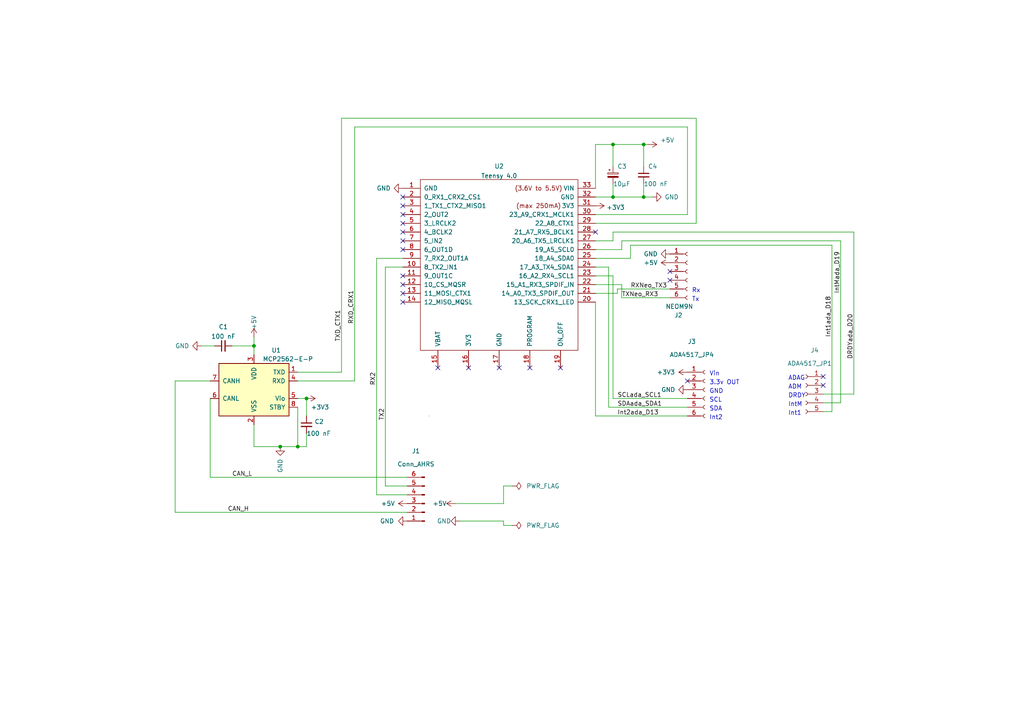
<source format=kicad_sch>
(kicad_sch (version 20211123) (generator eeschema)
  (paper "A4")
  (title_block (title "AHRS_01"))
  (lib_symbols
    (symbol "Connector:Conn_01x05_Female" (pin_names (offset 1.016) hide)
      (property "Reference" "J" (at 0 7.62 0))
      (property "Value" "Conn_01x05_Female" (at 0 -7.62 0))
      (symbol "Conn_01x05_Female_1_1"
        (arc (start 0 -4.572) (mid -0.508 -5.08) (end 0 -5.588) (stroke (width 0.1524)))
        (arc (start 0 -2.032) (mid -0.508 -2.54) (end 0 -3.048) (stroke (width 0.1524)))
        (polyline (pts (xy -1.27 -5.08) (xy -0.508 -5.08)) (stroke (width 0.1524)))
        (polyline (pts (xy -1.27 -2.54) (xy -0.508 -2.54)) (stroke (width 0.1524)))
        (polyline (pts (xy -1.27 0) (xy -0.508 0)) (stroke (width 0.1524)))
        (polyline (pts (xy -1.27 2.54) (xy -0.508 2.54)) (stroke (width 0.1524)))
        (polyline (pts (xy -1.27 5.08) (xy -0.508 5.08)) (stroke (width 0.1524)))
        (arc (start 0 0.508) (mid -0.508 0) (end 0 -0.508) (stroke (width 0.1524)))
        (arc (start 0 3.048) (mid -0.508 2.54) (end 0 2.032) (stroke (width 0.1524)))
        (arc (start 0 5.588) (mid -0.508 5.08) (end 0 4.572) (stroke (width 0.1524)))
        (pin passive line (at -5.08 5.08 0) (length 3.81) (name "Pin_1") (number "1"))
        (pin passive line (at -5.08 2.54 0) (length 3.81) (name "Pin_2") (number "2"))
        (pin passive line (at -5.08 0 0) (length 3.81) (name "Pin_3") (number "3"))
        (pin passive line (at -5.08 -2.54 0) (length 3.81) (name "Pin_4") (number "4"))
        (pin passive line (at -5.08 -5.08 0) (length 3.81) (name "Pin_5") (number "5"))
      )
    )
    (symbol "Connector:Conn_01x06_Female" (pin_names (offset 1.016) hide)
      (property "Reference" "J" (at 0 7.62 0))
      (property "Value" "Conn_01x06_Female" (at 0 -10.16 0))
      (symbol "Conn_01x06_Female_1_1"
        (arc (start 0 -7.112) (mid -0.508 -7.62) (end 0 -8.128) (stroke (width 0.1524)))
        (arc (start 0 -4.572) (mid -0.508 -5.08) (end 0 -5.588) (stroke (width 0.1524)))
        (arc (start 0 -2.032) (mid -0.508 -2.54) (end 0 -3.048) (stroke (width 0.1524)))
        (polyline (pts (xy -1.27 -7.62) (xy -0.508 -7.62)) (stroke (width 0.1524)))
        (polyline (pts (xy -1.27 -5.08) (xy -0.508 -5.08)) (stroke (width 0.1524)))
        (polyline (pts (xy -1.27 -2.54) (xy -0.508 -2.54)) (stroke (width 0.1524)))
        (polyline (pts (xy -1.27 0) (xy -0.508 0)) (stroke (width 0.1524)))
        (polyline (pts (xy -1.27 2.54) (xy -0.508 2.54)) (stroke (width 0.1524)))
        (polyline (pts (xy -1.27 5.08) (xy -0.508 5.08)) (stroke (width 0.1524)))
        (arc (start 0 0.508) (mid -0.508 0) (end 0 -0.508) (stroke (width 0.1524)))
        (arc (start 0 3.048) (mid -0.508 2.54) (end 0 2.032) (stroke (width 0.1524)))
        (arc (start 0 5.588) (mid -0.508 5.08) (end 0 4.572) (stroke (width 0.1524)))
        (pin passive line (at -5.08 5.08 0) (length 3.81) (name "Pin_1") (number "1"))
        (pin passive line (at -5.08 2.54 0) (length 3.81) (name "Pin_2") (number "2"))
        (pin passive line (at -5.08 0 0) (length 3.81) (name "Pin_3") (number "3"))
        (pin passive line (at -5.08 -2.54 0) (length 3.81) (name "Pin_4") (number "4"))
        (pin passive line (at -5.08 -5.08 0) (length 3.81) (name "Pin_5") (number "5"))
        (pin passive line (at -5.08 -7.62 0) (length 3.81) (name "Pin_6") (number "6"))
      )
    )
    (symbol "Connector:Conn_01x06_Male" (pin_names (offset 1.016) hide)
      (property "Reference" "J" (at 0 7.62 0))
      (property "Value" "Conn_01x06_Male" (at 0 -10.16 0))
      (symbol "Conn_01x06_Male_1_1"
        (polyline (pts (xy 1.27 -7.62) (xy 0.8636 -7.62)) (stroke (width 0.1524)))
        (polyline (pts (xy 1.27 -5.08) (xy 0.8636 -5.08)) (stroke (width 0.1524)))
        (polyline (pts (xy 1.27 -2.54) (xy 0.8636 -2.54)) (stroke (width 0.1524)))
        (polyline (pts (xy 1.27 0) (xy 0.8636 0)) (stroke (width 0.1524)))
        (polyline (pts (xy 1.27 2.54) (xy 0.8636 2.54)) (stroke (width 0.1524)))
        (polyline (pts (xy 1.27 5.08) (xy 0.8636 5.08)) (stroke (width 0.1524)))
        (rectangle (start 0.8636 -7.493) (end 0 -7.747) (stroke (width 0.1524)) (fill (type outline)))
        (rectangle (start 0.8636 -4.953) (end 0 -5.207) (stroke (width 0.1524)) (fill (type outline)))
        (rectangle (start 0.8636 -2.413) (end 0 -2.667) (stroke (width 0.1524)) (fill (type outline)))
        (rectangle (start 0.8636 0.127) (end 0 -0.127) (stroke (width 0.1524)) (fill (type outline)))
        (rectangle (start 0.8636 2.667) (end 0 2.413) (stroke (width 0.1524)) (fill (type outline)))
        (rectangle (start 0.8636 5.207) (end 0 4.953) (stroke (width 0.1524)) (fill (type outline)))
        (pin passive line (at 5.08 5.08 180) (length 3.81) (name "Pin_1") (number "1"))
        (pin passive line (at 5.08 2.54 180) (length 3.81) (name "Pin_2") (number "2"))
        (pin passive line (at 5.08 0 180) (length 3.81) (name "Pin_3") (number "3"))
        (pin passive line (at 5.08 -2.54 180) (length 3.81) (name "Pin_4") (number "4"))
        (pin passive line (at 5.08 -5.08 180) (length 3.81) (name "Pin_5") (number "5"))
        (pin passive line (at 5.08 -7.62 180) (length 3.81) (name "Pin_6") (number "6"))
      )
    )
    (symbol "Device:C_Polarized_Small" (pin_numbers hide) (pin_names (offset 0.254) hide)
      (property "Reference" "C" (at 0.254 1.778 0))
      (property "Value" "C_Polarized_Small" (at 0.254 -2.032 0))
      (symbol "C_Polarized_Small_0_1"
        (rectangle (start -1.524 -0.3048) (end 1.524 -0.6858) (fill (type outline)))
        (rectangle (start -1.524 0.6858) (end 1.524 0.3048))
        (polyline (pts (xy -1.27 1.524) (xy -0.762 1.524)))
        (polyline (pts (xy -1.016 1.27) (xy -1.016 1.778)))
      )
      (symbol "C_Polarized_Small_1_1"
        (pin passive line (at 0 2.54 270) (length 1.8542) (name "~") (number "1"))
        (pin passive line (at 0 -2.54 90) (length 1.8542) (name "~") (number "2"))
      )
    )
    (symbol "Device:C_Small" (pin_numbers hide) (pin_names (offset 0.254) hide)
      (property "Reference" "C" (at 0.254 1.778 0))
      (property "Value" "C_Small" (at 0.254 -2.032 0))
      (symbol "C_Small_0_1"
        (polyline (pts (xy -1.524 -0.508) (xy 1.524 -0.508)) (stroke (width 0.3302)))
        (polyline (pts (xy -1.524 0.508) (xy 1.524 0.508)) (stroke (width 0.3048)))
      )
      (symbol "C_Small_1_1"
        (pin passive line (at 0 2.54 270) (length 2.032) (name "~") (number "1"))
        (pin passive line (at 0 -2.54 90) (length 2.032) (name "~") (number "2"))
      )
    )
    (symbol "Interface_CAN_LIN:MCP2562-E-P" (pin_names (offset 1.016))
      (property "Reference" "U" (at -10.16 8.89 0))
      (property "Value" "MCP2562-E-P" (at 2.54 8.89 0))
      (symbol "MCP2562-E-P_0_1"
        (rectangle (start -10.16 7.62) (end 10.16 -7.62) (stroke (width 0.254)) (fill (type background)))
      )
      (symbol "MCP2562-E-P_1_1"
        (pin input line (at -12.7 5.08 0) (length 2.54) (name "TXD") (number "1"))
        (pin power_in line (at 0 -10.16 90) (length 2.54) (name "VSS") (number "2"))
        (pin power_in line (at 0 10.16 270) (length 2.54) (name "VDD") (number "3"))
        (pin output line (at -12.7 2.54 0) (length 2.54) (name "RXD") (number "4"))
        (pin power_in line (at -12.7 -2.54 0) (length 2.54) (name "Vio") (number "5"))
        (pin bidirectional line (at 12.7 -2.54 180) (length 2.54) (name "CANL") (number "6"))
        (pin bidirectional line (at 12.7 2.54 180) (length 2.54) (name "CANH") (number "7"))
        (pin input line (at -12.7 -5.08 0) (length 2.54) (name "STBY") (number "8"))
      )
    )
    (symbol "power:+3.3V" (power) (pin_names (offset 0))
      (property "Value" "+3.3V" (at 0 3.556 0))
      (symbol "+3.3V_0_1"
        (polyline (pts (xy -0.762 1.27) (xy 0 2.54)))
        (polyline (pts (xy 0 0) (xy 0 2.54)))
        (polyline (pts (xy 0 2.54) (xy 0.762 1.27)))
      )
      (symbol "+3.3V_1_1"
        (pin power_in line (at 0 0 90) (length 0) hide (name "+3V3") (number "1"))
      )
    )
    (symbol "power:+5V" (power) (pin_names (offset 0))
      (property "Value" "+5V" (at 0 3.556 0))
      (symbol "+5V_0_1"
        (polyline (pts (xy -0.762 1.27) (xy 0 2.54)))
        (polyline (pts (xy 0 0) (xy 0 2.54)))
        (polyline (pts (xy 0 2.54) (xy 0.762 1.27)))
      )
      (symbol "+5V_1_1"
        (pin power_in line (at 0 0 90) (length 0) hide (name "+5V") (number "1"))
      )
    )
    (symbol "power:GND" (power) (pin_names (offset 0))
      (property "Value" "GND" (at 0 -3.81 0))
      (symbol "GND_0_1"
        (polyline (pts (xy 0 0) (xy 0 -1.27) (xy 1.27 -1.27) (xy 0 -2.54) (xy -1.27 -1.27) (xy 0 -1.27)))
      )
      (symbol "GND_1_1"
        (pin power_in line (at 0 0 270) (length 0) hide (name "GND") (number "1"))
      )
    )
    (symbol "power:PWR_FLAG" (power) (pin_numbers hide) (pin_names (offset 0) hide)
      (property "Value" "PWR_FLAG" (at 0 3.81 0))
      (symbol "PWR_FLAG_0_0"
        (pin power_out line (at 0 0 90) (length 0) (name "pwr") (number "1"))
      )
      (symbol "PWR_FLAG_0_1"
        (polyline (pts (xy 0 0) (xy 0 1.27) (xy -1.016 1.905) (xy 0 2.54) (xy 1.016 1.905) (xy 0 1.27)))
      )
    )
    (symbol "teensy:Teensy4.0FrontSide" (pin_names (offset 1.016))
      (property "Reference" "U" (at 0 39.37 0))
      (property "Value" "Teensy4.0FrontSide" (at 0 -39.37 0))
      (symbol "Teensy4.0FrontSide_0_0"
        (text "(3.6V to 5.5V)" (at 11.43 34.29 0) (effects (font (size 1.27 1.27))))
        (text "(max 250mA)" (at 11.43 29.21 0) (effects (font (size 1.27 1.27))))
        (pin bidirectional line (at -27.94 11.43 0) (length 5.08) (name "8_TX2_IN1") (number "10"))
        (pin bidirectional line (at -27.94 8.89 0) (length 5.08) (name "9_OUT1C") (number "11"))
        (pin bidirectional line (at -27.94 6.35 0) (length 5.08) (name "10_CS_MQSR") (number "12"))
        (pin bidirectional line (at -27.94 3.81 0) (length 5.08) (name "11_MOSI_CTX1") (number "13"))
        (pin bidirectional line (at -27.94 1.27 0) (length 5.08) (name "12_MISO_MQSL") (number "14"))
        (pin power_in line (at -17.78 -17.78 90) (length 5.08) (name "VBAT") (number "15"))
        (pin power_in line (at -8.89 -17.78 90) (length 5.08) (name "3V3") (number "16"))
        (pin power_in line (at 0 -17.78 90) (length 5.08) (name "GND") (number "17"))
        (pin input line (at 8.89 -17.78 90) (length 5.08) (name "PROGRAM") (number "18"))
        (pin input line (at 17.78 -17.78 90) (length 5.08) (name "ON_OFF") (number "19"))
        (pin bidirectional line (at 27.94 1.27 180) (length 5.08) (name "13_SCK_CRX1_LED") (number "20"))
        (pin bidirectional line (at 27.94 3.81 180) (length 5.08) (name "14_A0_TX3_SPDIF_OUT") (number "21"))
        (pin bidirectional line (at 27.94 6.35 180) (length 5.08) (name "15_A1_RX3_SPDIF_IN") (number "22"))
        (pin bidirectional line (at 27.94 8.89 180) (length 5.08) (name "16_A2_RX4_SCL1") (number "23"))
        (pin bidirectional line (at 27.94 11.43 180) (length 5.08) (name "17_A3_TX4_SDA1") (number "24"))
        (pin bidirectional line (at 27.94 13.97 180) (length 5.08) (name "18_A4_SDA0") (number "25"))
        (pin bidirectional line (at 27.94 16.51 180) (length 5.08) (name "19_A5_SCL0") (number "26"))
        (pin bidirectional line (at 27.94 19.05 180) (length 5.08) (name "20_A6_TX5_LRCLK1") (number "27"))
        (pin bidirectional line (at 27.94 21.59 180) (length 5.08) (name "21_A7_RX5_BCLK1") (number "28"))
        (pin bidirectional line (at 27.94 24.13 180) (length 5.08) (name "22_A8_CTX1") (number "29"))
        (pin bidirectional line (at 27.94 26.67 180) (length 5.08) (name "23_A9_CRX1_MCLK1") (number "30"))
        (pin power_out line (at 27.94 29.21 180) (length 5.08) (name "3V3") (number "31"))
        (pin power_in line (at 27.94 31.75 180) (length 5.08) (name "GND") (number "32"))
        (pin power_in line (at 27.94 34.29 180) (length 5.08) (name "VIN") (number "33"))
        (pin bidirectional line (at -27.94 24.13 0) (length 5.08) (name "3_LRCLK2") (number "5"))
        (pin bidirectional line (at -27.94 21.59 0) (length 5.08) (name "4_BCLK2") (number "6"))
        (pin bidirectional line (at -27.94 19.05 0) (length 5.08) (name "5_IN2") (number "7"))
        (pin bidirectional line (at -27.94 16.51 0) (length 5.08) (name "6_OUT1D") (number "8"))
        (pin bidirectional line (at -27.94 13.97 0) (length 5.08) (name "7_RX2_OUT1A") (number "9"))
      )
      (symbol "Teensy4.0FrontSide_0_1"
        (rectangle (start -22.86 36.83) (end 22.86 -12.7))
        (rectangle (start -20.32 -31.75) (end -20.32 -31.75))
      )
      (symbol "Teensy4.0FrontSide_1_1"
        (pin power_in line (at -27.94 34.29 0) (length 5.08) (name "GND") (number "1"))
        (pin bidirectional line (at -27.94 31.75 0) (length 5.08) (name "0_RX1_CRX2_CS1") (number "2"))
        (pin bidirectional line (at -27.94 29.21 0) (length 5.08) (name "1_TX1_CTX2_MISO1") (number "3"))
        (pin bidirectional line (at -27.94 26.67 0) (length 5.08) (name "2_OUT2") (number "4"))
      )
    )
  )
  (junction (at 81.28 129.54))
  (junction (at 86.36 129.54))
  (junction (at 186.69 41.91))
  (junction (at 177.8 57.15))
  (junction (at 88.9 115.57))
  (junction (at 177.8 41.91))
  (junction (at 73.66 100.33))
  (junction (at 186.69 57.15))
  (no_connect (at 116.84 59.69))
  (no_connect (at 116.84 57.15))
  (no_connect (at 238.76 109.22))
  (no_connect (at 238.76 111.76))
  (no_connect (at 116.84 80.01))
  (no_connect (at 116.84 67.31))
  (no_connect (at 116.84 64.77))
  (no_connect (at 116.84 62.23))
  (no_connect (at 116.84 72.39))
  (no_connect (at 116.84 69.85))
  (no_connect (at 162.56 106.68))
  (no_connect (at 127 106.68))
  (no_connect (at 144.78 106.68))
  (no_connect (at 153.67 106.68))
  (no_connect (at 172.72 67.31))
  (no_connect (at 194.31 81.28))
  (no_connect (at 194.31 78.74))
  (no_connect (at 135.89 106.68))
  (no_connect (at 199.39 110.49))
  (no_connect (at 116.84 87.63))
  (no_connect (at 116.84 85.09))
  (no_connect (at 116.84 82.55))
  (wire (pts (xy 118.11 140.97) (xy 111.76 140.97)))
  (wire (pts (xy 194.31 86.36) (xy 180.34 86.36)))
  (wire (pts (xy 241.3 119.38) (xy 238.76 119.38)))
  (wire (pts (xy 60.96 138.43) (xy 118.11 138.43)))
  (wire (pts (xy 102.87 36.83) (xy 199.39 36.83)))
  (wire (pts (xy 177.8 41.91) (xy 186.69 41.91)))
  (wire (pts (xy 177.8 115.57) (xy 199.39 115.57)))
  (wire (pts (xy 118.11 143.51) (xy 109.22 143.51)))
  (wire (pts (xy 73.66 129.54) (xy 81.28 129.54)))
  (wire (pts (xy 67.31 100.33) (xy 73.66 100.33)))
  (wire (pts (xy 133.35 151.13) (xy 146.05 151.13)))
  (wire (pts (xy 86.36 107.95) (xy 99.06 107.95)))
  (wire (pts (xy 146.05 140.97) (xy 148.59 140.97)))
  (wire (pts (xy 247.65 67.31) (xy 177.8 67.31)))
  (wire (pts (xy 172.72 54.61) (xy 172.72 41.91)))
  (wire (pts (xy 177.8 41.91) (xy 177.8 48.26)))
  (wire (pts (xy 189.23 57.15) (xy 186.69 57.15)))
  (wire (pts (xy 177.8 80.01) (xy 177.8 115.57)))
  (wire (pts (xy 99.06 34.29) (xy 201.93 34.29)))
  (wire (pts (xy 50.8 148.59) (xy 118.11 148.59)))
  (wire (pts (xy 109.22 143.51) (xy 109.22 74.93)))
  (wire (pts (xy 186.69 41.91) (xy 186.69 48.26)))
  (wire (pts (xy 201.93 64.77) (xy 172.72 64.77)))
  (wire (pts (xy 201.93 34.29) (xy 201.93 64.77)))
  (wire (pts (xy 86.36 129.54) (xy 81.28 129.54)))
  (wire (pts (xy 186.69 41.91) (xy 187.96 41.91)))
  (wire (pts (xy 238.76 116.84) (xy 243.84 116.84)))
  (wire (pts (xy 88.9 115.57) (xy 88.9 120.65)))
  (wire (pts (xy 172.72 120.65) (xy 199.39 120.65)))
  (wire (pts (xy 73.66 123.19) (xy 73.66 129.54)))
  (wire (pts (xy 243.84 69.85) (xy 180.34 69.85)))
  (wire (pts (xy 179.07 83.82) (xy 179.07 85.09)))
  (wire (pts (xy 88.9 125.73) (xy 88.9 129.54)))
  (wire (pts (xy 177.8 69.85) (xy 172.72 69.85)))
  (wire (pts (xy 177.8 57.15) (xy 172.72 57.15)))
  (wire (pts (xy 146.05 151.13) (xy 146.05 152.4)))
  (wire (pts (xy 186.69 57.15) (xy 177.8 57.15)))
  (wire (pts (xy 132.08 146.05) (xy 146.05 146.05)))
  (wire (pts (xy 99.06 34.29) (xy 99.06 107.95)))
  (wire (pts (xy 241.3 71.12) (xy 241.3 119.38)))
  (wire (pts (xy 238.76 114.3) (xy 247.65 114.3)))
  (wire (pts (xy 172.72 77.47) (xy 176.53 77.47)))
  (wire (pts (xy 146.05 146.05) (xy 146.05 140.97)))
  (wire (pts (xy 180.34 82.55) (xy 180.34 86.36)))
  (wire (pts (xy 146.05 152.4) (xy 148.59 152.4)))
  (wire (pts (xy 179.07 85.09) (xy 172.72 85.09)))
  (wire (pts (xy 88.9 129.54) (xy 86.36 129.54)))
  (wire (pts (xy 182.88 71.12) (xy 241.3 71.12)))
  (wire (pts (xy 179.07 83.82) (xy 194.31 83.82)))
  (wire (pts (xy 111.76 77.47) (xy 116.84 77.47)))
  (wire (pts (xy 247.65 114.3) (xy 247.65 67.31)))
  (wire (pts (xy 176.53 77.47) (xy 176.53 118.11)))
  (wire (pts (xy 172.72 41.91) (xy 177.8 41.91)))
  (wire (pts (xy 172.72 74.93) (xy 182.88 74.93)))
  (wire (pts (xy 172.72 120.65) (xy 172.72 87.63)))
  (wire (pts (xy 172.72 80.01) (xy 177.8 80.01)))
  (wire (pts (xy 86.36 118.11) (xy 86.36 129.54)))
  (wire (pts (xy 50.8 110.49) (xy 50.8 148.59)))
  (wire (pts (xy 73.66 97.79) (xy 73.66 100.33)))
  (wire (pts (xy 199.39 62.23) (xy 172.72 62.23)))
  (wire (pts (xy 111.76 140.97) (xy 111.76 77.47)))
  (wire (pts (xy 177.8 67.31) (xy 177.8 69.85)))
  (wire (pts (xy 180.34 72.39) (xy 172.72 72.39)))
  (wire (pts (xy 177.8 53.34) (xy 177.8 57.15)))
  (wire (pts (xy 182.88 74.93) (xy 182.88 71.12)))
  (wire (pts (xy 86.36 110.49) (xy 102.87 110.49)))
  (wire (pts (xy 186.69 53.34) (xy 186.69 57.15)))
  (wire (pts (xy 73.66 100.33) (xy 73.66 102.87)))
  (wire (pts (xy 180.34 82.55) (xy 172.72 82.55)))
  (wire (pts (xy 60.96 115.57) (xy 60.96 138.43)))
  (wire (pts (xy 180.34 69.85) (xy 180.34 72.39)))
  (wire (pts (xy 199.39 36.83) (xy 199.39 62.23)))
  (wire (pts (xy 58.42 100.33) (xy 62.23 100.33)))
  (wire (pts (xy 243.84 116.84) (xy 243.84 69.85)))
  (wire (pts (xy 102.87 110.49) (xy 102.87 36.83)))
  (wire (pts (xy 176.53 118.11) (xy 199.39 118.11)))
  (wire (pts (xy 60.96 110.49) (xy 50.8 110.49)))
  (wire (pts (xy 86.36 115.57) (xy 88.9 115.57)))
  (wire (pts (xy 109.22 74.93) (xy 116.84 74.93)))
  (text "DRDY" (at 228.6 115.57 0) (effects (font (size 1.27 1.27)) (justify left bottom)))
  (text "Rx" (at 200.66 85.09 0) (effects (font (size 1.27 1.27)) (justify left bottom)))
  (text "Tx" (at 200.66 87.63 0) (effects (font (size 1.27 1.27)) (justify left bottom)))
  (text "3.3v OUT" (at 205.74 111.76 0) (effects (font (size 1.27 1.27)) (justify left bottom)))
  (text "Vin" (at 205.74 109.22 0) (effects (font (size 1.27 1.27)) (justify left bottom)))
  (text "SCL\n" (at 205.74 116.84 0) (effects (font (size 1.27 1.27)) (justify left bottom)))
  (text "ADAG" (at 228.6 110.49 0) (effects (font (size 1.27 1.27)) (justify left bottom)))
  (text "Int1" (at 228.6 120.65 0) (effects (font (size 1.27 1.27)) (justify left bottom)))
  (text "SDA" (at 205.74 119.38 0) (effects (font (size 1.27 1.27)) (justify left bottom)))
  (text "Int2" (at 205.74 121.92 0) (effects (font (size 1.27 1.27)) (justify left bottom)))
  (text "IntM" (at 228.6 118.11 0) (effects (font (size 1.27 1.27)) (justify left bottom)))
  (text "ADM" (at 228.6 113.03 0) (effects (font (size 1.27 1.27)) (justify left bottom)))
  (text "GND" (at 205.74 114.3 0) (effects (font (size 1.27 1.27)) (justify left bottom)))
  (label "CAN_L" (at 67.31 138.43 0))
  (label "CAN_H" (at 66.04 148.59 0))
  (label "SDAada_SDA1" (at 179.07 118.11 0))
  (label "Int2ada_D13" (at 179.07 120.65 0))
  (label "SCLada_SCL1" (at 179.07 115.57 0))
  (label "RXNeo_TX3" (at 182.88 83.82 0))
  (label "RX2" (at 109.22 111.76 90))
  (label "TXNeo_RX3" (at 180.34 86.36 0))
  (label "TX2" (at 111.76 121.92 90))
  (label "RXD_CRX1" (at 102.87 93.98 90))
  (label "Int1ada_D18" (at 241.3 97.79 90))
  (label "DRDYada_D20" (at 247.65 104.14 90))
  (label "TXD_CTX1" (at 99.06 99.06 90))
  (label "IntMada_D19" (at 243.84 85.09 90))
  (symbol (lib_id "power:GND") (at 199.39 113.03 270) (unit 1)
    (property "Reference" "#PWR013" (effects hide))
    (property "Value" "GND" (at 191.77 113.03 90) (effects (justify left)))
  )
  (symbol (lib_id "Connector:Conn_01x05_Female") (at 233.68 114.3 0) (mirror y) (unit 1)
    (property "Reference" "J4" (at 237.49 101.6 0) (effects (justify left)))
    (property "Value" "ADA4517_JP1" (at 241.3 105.41 0) (effects (justify left)))
    (property "Footprint" "Connector_PinSocket_2.54mm:PinSocket_1x05_P2.54mm_Vertical" (effects hide))
  )
  (symbol (lib_id "Device:C_Small") (at 186.69 50.8 0) (unit 1)
    (property "Reference" "C4" (at 187.96 48.26 0) (effects (justify left)))
    (property "Value" "100 nF" (at 186.69 53.34 0) (effects (justify left)))
    (property "Footprint" "Capacitor_SMD:C_1206_3216Metric_Pad1.33x1.80mm_HandSolder" (effects hide))
  )
  (symbol (lib_id "power:+5V") (at 73.66 97.79 0) (unit 1)
    (property "Reference" "#PWR02" (effects hide))
    (property "Value" "+5V" (at 73.66 91.44 90) (effects (justify right)))
  )
  (symbol (lib_id "power:GND") (at 118.11 151.13 270) (unit 1)
    (property "Reference" "#PWR06" (effects hide))
    (property "Value" "GND" (at 114.3 151.13 90) (effects (justify right)))
  )
  (symbol (lib_id "power:GND") (at 194.31 73.66 270) (unit 1)
    (property "Reference" "#PWR010" (effects hide))
    (property "Value" "GND" (at 186.69 73.66 90) (effects (justify left)))
  )
  (symbol (lib_id "Connector:Conn_01x06_Female") (at 204.47 113.03 0) (unit 1)
    (property "Reference" "J3" (at 200.66 99.06 0))
    (property "Value" "ADA4517_JP4" (at 200.66 102.87 0))
    (property "Footprint" "Connector_PinSocket_2.54mm:PinSocket_1x06_P2.54mm_Vertical" (effects hide))
  )
  (symbol (lib_id "Interface_CAN_LIN:MCP2562-E-P") (at 73.66 113.03 0) (mirror y) (unit 1)
    (property "Reference" "U1" (at 78.74 101.6 0) (effects (justify right)))
    (property "Value" "MCP2562-E-P" (at 76.2 104.14 0) (effects (justify right)))
    (property "Footprint" "Package_DIP:DIP-8_W7.62mm" (effects hide))
    (property "Datasheet" "http://ww1.microchip.com/downloads/en/DeviceDoc/25167A.pdf" (effects hide))
  )
  (symbol (lib_id "teensy:Teensy4.0FrontSide") (at 144.78 88.9 0) (unit 1)
    (property "Reference" "U2" (at 144.78 48.2305 0))
    (property "Value" "Teensy 4.0" (at 144.78 51.0056 0))
    (property "Footprint" "teensy:Teensy4FrontSide" (effects hide))
  )
  (symbol (lib_id "power:+5V") (at 132.08 146.05 90) (unit 1)
    (property "Reference" "#PWR014" (effects hide))
    (property "Value" "+5V" (at 127.5175 146.05 90))
  )
  (symbol (lib_id "power:PWR_FLAG") (at 148.59 140.97 270) (unit 1)
    (property "Reference" "#FLG01" (effects hide))
    (property "Value" "PWR_FLAG" (at 157.48 140.97 90))
  )
  (symbol (lib_id "Device:C_Polarized_Small") (at 177.8 50.8 0) (unit 1)
    (property "Reference" "C3" (at 179.07 48.26 0) (effects (justify left)))
    (property "Value" "10µF" (at 177.8 53.34 0) (effects (justify left)))
    (property "Footprint" "Capacitor_Tantalum_SMD:CP_EIA-7343-31_Kemet-D_Pad2.25x2.55mm_HandSolder" (effects hide))
  )
  (symbol (lib_id "power:GND") (at 116.84 54.61 270) (unit 1)
    (property "Reference" "#PWR016" (effects hide))
    (property "Value" "GND" (at 109.22 54.61 90) (effects (justify left)))
  )
  (symbol (lib_id "power:+5V") (at 194.31 76.2 90) (unit 1)
    (property "Reference" "#PWR011" (effects hide))
    (property "Value" "+5V" (at 186.69 76.2 90) (effects (justify right)))
  )
  (symbol (lib_id "power:GND") (at 189.23 57.15 90) (unit 1)
    (property "Reference" "#PWR08" (effects hide))
    (property "Value" "GND" (at 196.85 57.15 90) (effects (justify left)))
  )
  (symbol (lib_id "power:GND") (at 81.28 129.54 0) (unit 1)
    (property "Reference" "#PWR03" (effects hide))
    (property "Value" "GND" (at 81.28 137.16 90) (effects (justify left)))
  )
  (symbol (lib_id "power:+3.3V") (at 172.72 59.69 270) (unit 1)
    (property "Reference" "#PWR09" (effects hide))
    (property "Value" "+3.3V" (at 175.895 60.169 90) (effects (justify left)))
  )
  (symbol (lib_id "power:GND") (at 133.35 151.13 270) (unit 1)
    (property "Reference" "#PWR015" (effects hide))
    (property "Value" "GND" (at 128.7875 151.13 90))
  )
  (symbol (lib_id "power:+3.3V") (at 88.9 115.57 270) (unit 1)
    (property "Reference" "#PWR04" (effects hide))
    (property "Value" "+3.3V" (at 90.17 118.11 90) (effects (justify left)))
  )
  (symbol (lib_id "power:PWR_FLAG") (at 148.59 152.4 270) (unit 1)
    (property "Reference" "#FLG02" (effects hide))
    (property "Value" "PWR_FLAG" (at 157.48 152.4 90))
  )
  (symbol (lib_id "Connector:Conn_01x06_Female") (at 199.39 78.74 0) (unit 1)
    (property "Reference" "J2" (at 195.58 91.44 0) (effects (justify left)))
    (property "Value" "NEOM9N" (at 193.04 88.9 0) (effects (justify left)))
    (property "Footprint" "Connector_PinSocket_2.54mm:PinSocket_1x06_P2.54mm_Vertical" (effects hide))
  )
  (symbol (lib_id "Connector:Conn_01x06_Male") (at 123.19 146.05 180) (unit 1)
    (property "Reference" "J1" (at 120.65 130.81 0))
    (property "Value" "Conn_AHRS" (at 120.65 134.62 0))
    (property "Footprint" "Connector_JST:JST_EH_S6B-EH_1x06_P2.50mm_Horizontal" (effects hide))
  )
  (symbol (lib_id "power:GND") (at 58.42 100.33 270) (unit 1)
    (property "Reference" "#PWR01" (effects hide))
    (property "Value" "GND" (at 50.8 100.33 90) (effects (justify left)))
  )
  (symbol (lib_id "Device:C_Small") (at 64.77 100.33 90) (unit 1)
    (property "Reference" "C1" (at 64.7763 94.8014 90))
    (property "Value" "100 nF" (at 64.7763 97.5765 90))
    (property "Footprint" "Capacitor_SMD:C_1206_3216Metric_Pad1.33x1.80mm_HandSolder" (effects hide))
  )
  (symbol (lib_id "power:+5V") (at 118.11 146.05 90) (unit 1)
    (property "Reference" "#PWR05" (effects hide))
    (property "Value" "+5V" (at 110.49 146.05 90) (effects (justify right)))
  )
  (symbol (lib_id "power:+3.3V") (at 199.39 107.95 90) (unit 1)
    (property "Reference" "#PWR012" (effects hide))
    (property "Value" "+3.3V" (at 190.5 107.95 90) (effects (justify right)))
  )
  (symbol (lib_id "Device:C_Small") (at 88.9 123.19 0) (unit 1)
    (property "Reference" "C2" (at 91.2241 122.2878 0) (effects (justify left)))
    (property "Value" "100 nF" (at 88.9 125.73 0) (effects (justify left)))
    (property "Footprint" "Capacitor_SMD:C_1206_3216Metric_Pad1.33x1.80mm_HandSolder" (effects hide))
  )
  (symbol (lib_id "power:+5V") (at 187.96 41.91 270) (unit 1)
    (property "Reference" "#PWR07" (effects hide))
    (property "Value" "+5V" (at 195.58 40.64 90) (effects (justify right)))
  )
)
</source>
